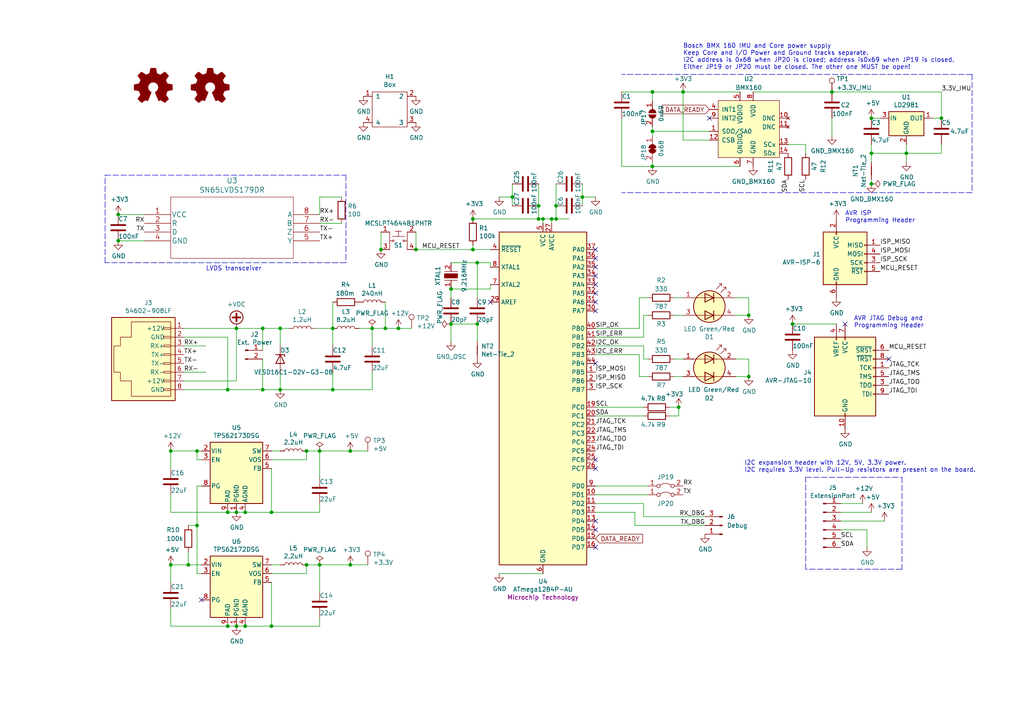
<source format=kicad_sch>
(kicad_sch (version 20211123) (generator eeschema)
  (paper "A4")
  (title_block (title "horOpenVario IMU sensorboard") (date "09-Jul-2020") (rev "0.2") (company "OpenVario.org") (comment 1 "Licensed under CERN OHL v.1.2 or later") (comment 2 "(c) Kai Horstmann 2020") (comment 3 "This is a TCP-I2C bridge with an IMU chip") (comment 4 "Sensor board for OpenVario for the IMU"))
  (junction (at 262.89 44.45))
  (junction (at 92.71 163.83))
  (junction (at 54.61 163.83))
  (junction (at 241.3 26.67))
  (junction (at 138.43 76.2))
  (junction (at 161.29 63.5))
  (junction (at 115.57 95.25))
  (junction (at 66.04 148.59))
  (junction (at 78.74 148.59))
  (junction (at 101.6 130.81))
  (junction (at 76.2 95.25))
  (junction (at 252.73 44.45))
  (junction (at 156.21 59.69))
  (junction (at 161.29 59.69))
  (junction (at 92.71 130.81))
  (junction (at 101.6 163.83))
  (junction (at 229.87 93.98))
  (junction (at 68.58 95.25))
  (junction (at 88.9 130.81))
  (junction (at 198.12 26.67))
  (junction (at 130.81 93.98))
  (junction (at 49.53 163.83))
  (junction (at 189.23 48.26))
  (junction (at 57.15 152.4))
  (junction (at 71.12 181.61))
  (junction (at 111.76 95.25))
  (junction (at 68.58 181.61))
  (junction (at 81.28 95.25))
  (junction (at 189.23 26.67))
  (junction (at 107.95 95.25))
  (junction (at 49.53 130.81))
  (junction (at 196.85 118.11))
  (junction (at 81.28 113.03))
  (junction (at 34.29 69.85))
  (junction (at 34.29 62.23))
  (junction (at 88.9 163.83))
  (junction (at 217.17 109.22))
  (junction (at 138.43 93.98))
  (junction (at 137.16 63.5))
  (junction (at 66.04 181.61))
  (junction (at 148.59 57.15))
  (junction (at 252.73 53.34))
  (junction (at 168.91 57.15))
  (junction (at 96.52 95.25))
  (junction (at 57.15 130.81))
  (junction (at 76.2 113.03))
  (junction (at 189.23 38.1))
  (junction (at 130.81 83.82))
  (junction (at 66.04 113.03))
  (junction (at 120.65 72.39))
  (junction (at 71.12 148.59))
  (junction (at 78.74 181.61))
  (junction (at 137.16 72.39))
  (junction (at 273.05 34.29))
  (junction (at 157.48 63.5))
  (junction (at 252.73 34.29))
  (junction (at 68.58 148.59))
  (junction (at 160.02 63.5))
  (junction (at 110.49 72.39))
  (junction (at 156.21 63.5))
  (junction (at 217.17 91.44))
  (junction (at 96.52 113.03))
  (no_connect (at 172.72 105.41))
  (no_connect (at 172.72 80.01))
  (no_connect (at 142.24 87.63))
  (no_connect (at 172.72 87.63))
  (no_connect (at 172.72 85.09))
  (no_connect (at 172.72 133.35))
  (no_connect (at 205.74 34.29))
  (no_connect (at 172.72 74.93))
  (no_connect (at 58.42 173.99))
  (no_connect (at 172.72 151.13))
  (no_connect (at 172.72 153.67))
  (no_connect (at 172.72 82.55))
  (no_connect (at 172.72 72.39))
  (no_connect (at 245.11 93.98))
  (no_connect (at 172.72 158.75))
  (no_connect (at 172.72 77.47))
  (no_connect (at 172.72 135.89))
  (no_connect (at 257.81 104.14))
  (no_connect (at 172.72 90.17))
  (wire (pts (xy 148.59 53.34) (xy 148.59 57.15)))
  (wire (pts (xy 78.74 130.81) (xy 81.28 130.81)))
  (wire (pts (xy 161.29 63.5) (xy 160.02 63.5)))
  (wire (pts (xy 194.31 120.65) (xy 196.85 120.65)))
  (wire (pts (xy 217.17 86.36) (xy 217.17 91.44)))
  (wire (pts (xy 96.52 95.25) (xy 96.52 87.63)))
  (polyline (pts (xy 281.94 21.59) (xy 281.94 55.88)))
  (wire (pts (xy 58.42 133.35) (xy 57.15 133.35)))
  (wire (pts (xy 156.21 59.69) (xy 156.21 63.5)))
  (wire (pts (xy 168.91 53.34) (xy 168.91 57.15)))
  (wire (pts (xy 130.81 76.2) (xy 138.43 76.2)))
  (wire (pts (xy 58.42 130.81) (xy 57.15 130.81)))
  (wire (pts (xy 130.81 83.82) (xy 142.24 83.82)))
  (wire (pts (xy 142.24 76.2) (xy 142.24 77.47)))
  (wire (pts (xy 81.28 113.03) (xy 96.52 113.03)))
  (wire (pts (xy 273.05 34.29) (xy 273.05 26.67)))
  (wire (pts (xy 81.28 95.25) (xy 83.82 95.25)))
  (wire (pts (xy 196.85 118.11) (xy 196.85 120.65)))
  (wire (pts (xy 49.53 148.59) (xy 66.04 148.59)))
  (wire (pts (xy 78.74 166.37) (xy 88.9 166.37)))
  (wire (pts (xy 53.34 97.79) (xy 66.04 97.79)))
  (polyline (pts (xy 233.68 138.43) (xy 261.62 138.43)))
  (wire (pts (xy 172.72 140.97) (xy 187.96 140.97)))
  (wire (pts (xy 198.12 26.67) (xy 198.12 40.64)))
  (wire (pts (xy 88.9 166.37) (xy 88.9 163.83)))
  (wire (pts (xy 195.58 109.22) (xy 198.12 109.22)))
  (wire (pts (xy 252.73 46.99) (xy 252.73 44.45)))
  (wire (pts (xy 81.28 95.25) (xy 81.28 100.33)))
  (wire (pts (xy 49.53 176.53) (xy 49.53 181.61)))
  (wire (pts (xy 104.14 95.25) (xy 107.95 95.25)))
  (wire (pts (xy 88.9 130.81) (xy 92.71 130.81)))
  (wire (pts (xy 41.91 69.85) (xy 34.29 69.85)))
  (wire (pts (xy 78.74 168.91) (xy 78.74 181.61)))
  (wire (pts (xy 130.81 93.98) (xy 138.43 93.98)))
  (wire (pts (xy 262.89 41.91) (xy 262.89 44.45)))
  (wire (pts (xy 160.02 64.77) (xy 160.02 63.5)))
  (wire (pts (xy 101.6 130.81) (xy 106.68 130.81)))
  (wire (pts (xy 157.48 63.5) (xy 156.21 63.5)))
  (wire (pts (xy 81.28 107.95) (xy 81.28 113.03)))
  (wire (pts (xy 186.69 97.79) (xy 186.69 91.44)))
  (wire (pts (xy 68.58 148.59) (xy 66.04 148.59)))
  (wire (pts (xy 54.61 160.02) (xy 54.61 163.83)))
  (polyline (pts (xy 261.62 138.43) (xy 261.62 165.1)))
  (wire (pts (xy 138.43 76.2) (xy 142.24 76.2)))
  (wire (pts (xy 241.3 34.29) (xy 241.3 39.37)))
  (wire (pts (xy 243.84 153.67) (xy 251.46 153.67)))
  (wire (pts (xy 243.84 151.13) (xy 256.54 151.13)))
  (wire (pts (xy 76.2 95.25) (xy 81.28 95.25)))
  (wire (pts (xy 101.6 163.83) (xy 106.68 163.83)))
  (wire (pts (xy 130.81 93.98) (xy 130.81 99.06)))
  (wire (pts (xy 78.74 148.59) (xy 92.71 148.59)))
  (wire (pts (xy 142.24 83.82) (xy 142.24 82.55)))
  (wire (pts (xy 68.58 181.61) (xy 71.12 181.61)))
  (wire (pts (xy 78.74 148.59) (xy 71.12 148.59)))
  (wire (pts (xy 161.29 53.34) (xy 161.29 59.69)))
  (wire (pts (xy 180.34 34.29) (xy 180.34 48.26)))
  (wire (pts (xy 68.58 95.25) (xy 76.2 95.25)))
  (wire (pts (xy 88.9 163.83) (xy 92.71 163.83)))
  (wire (pts (xy 120.65 72.39) (xy 120.65 67.31)))
  (polyline (pts (xy 261.62 165.1) (xy 233.68 165.1)))
  (wire (pts (xy 161.29 59.69) (xy 161.29 63.5)))
  (polyline (pts (xy 30.48 50.8) (xy 100.33 50.8)))
  (wire (pts (xy 49.53 163.83) (xy 49.53 168.91)))
  (wire (pts (xy 189.23 36.83) (xy 189.23 38.1)))
  (wire (pts (xy 107.95 100.33) (xy 107.95 95.25)))
  (wire (pts (xy 96.52 113.03) (xy 96.52 107.95)))
  (wire (pts (xy 168.91 57.15) (xy 168.91 59.69)))
  (wire (pts (xy 195.58 91.44) (xy 198.12 91.44)))
  (wire (pts (xy 57.15 130.81) (xy 49.53 130.81)))
  (wire (pts (xy 49.53 130.81) (xy 49.53 135.89)))
  (wire (pts (xy 180.34 48.26) (xy 189.23 48.26)))
  (wire (pts (xy 53.34 107.95) (xy 59.69 107.95)))
  (wire (pts (xy 213.36 86.36) (xy 217.17 86.36)))
  (wire (pts (xy 92.71 138.43) (xy 92.71 130.81)))
  (wire (pts (xy 213.36 91.44) (xy 217.17 91.44)))
  (wire (pts (xy 53.34 110.49) (xy 68.58 110.49)))
  (polyline (pts (xy 100.33 50.8) (xy 100.33 76.2)))
  (wire (pts (xy 92.71 57.15) (xy 92.71 62.23)))
  (polyline (pts (xy 281.94 55.88) (xy 180.34 55.88)))
  (wire (pts (xy 168.91 57.15) (xy 172.72 57.15)))
  (wire (pts (xy 270.51 34.29) (xy 273.05 34.29)))
  (wire (pts (xy 78.74 135.89) (xy 78.74 148.59)))
  (wire (pts (xy 156.21 53.34) (xy 156.21 59.69)))
  (wire (pts (xy 53.34 95.25) (xy 68.58 95.25)))
  (wire (pts (xy 184.15 152.4) (xy 204.47 152.4)))
  (wire (pts (xy 233.68 41.91) (xy 233.68 44.45)))
  (wire (pts (xy 137.16 63.5) (xy 156.21 63.5)))
  (wire (pts (xy 241.3 26.67) (xy 273.05 26.67)))
  (wire (pts (xy 172.72 100.33) (xy 186.69 100.33)))
  (wire (pts (xy 242.57 93.98) (xy 229.87 93.98)))
  (polyline (pts (xy 30.48 76.2) (xy 30.48 50.8)))
  (wire (pts (xy 111.76 95.25) (xy 111.76 87.63)))
  (wire (pts (xy 49.53 181.61) (xy 66.04 181.61)))
  (wire (pts (xy 172.72 97.79) (xy 186.69 97.79)))
  (wire (pts (xy 262.89 44.45) (xy 262.89 46.99)))
  (wire (pts (xy 120.65 72.39) (xy 137.16 72.39)))
  (wire (pts (xy 186.69 91.44) (xy 187.96 91.44)))
  (wire (pts (xy 189.23 48.26) (xy 214.63 48.26)))
  (wire (pts (xy 78.74 181.61) (xy 92.71 181.61)))
  (wire (pts (xy 96.52 95.25) (xy 96.52 100.33)))
  (wire (pts (xy 76.2 113.03) (xy 81.28 113.03)))
  (wire (pts (xy 107.95 113.03) (xy 107.95 107.95)))
  (wire (pts (xy 194.31 118.11) (xy 196.85 118.11)))
  (wire (pts (xy 76.2 101.6) (xy 76.2 95.25)))
  (wire (pts (xy 53.34 100.33) (xy 59.69 100.33)))
  (wire (pts (xy 57.15 140.97) (xy 58.42 140.97)))
  (wire (pts (xy 88.9 133.35) (xy 88.9 130.81)))
  (wire (pts (xy 172.72 143.51) (xy 187.96 143.51)))
  (wire (pts (xy 213.36 109.22) (xy 217.17 109.22)))
  (wire (pts (xy 138.43 93.98) (xy 138.43 99.06)))
  (wire (pts (xy 68.58 110.49) (xy 68.58 95.25)))
  (wire (pts (xy 172.72 102.87) (xy 185.42 102.87)))
  (wire (pts (xy 157.48 166.37) (xy 144.78 166.37)))
  (wire (pts (xy 57.15 140.97) (xy 57.15 152.4)))
  (polyline (pts (xy 100.33 76.2) (xy 30.48 76.2)))
  (wire (pts (xy 189.23 29.21) (xy 189.23 26.67)))
  (wire (pts (xy 243.84 148.59) (xy 252.73 148.59)))
  (wire (pts (xy 251.46 153.67) (xy 251.46 158.75)))
  (wire (pts (xy 49.53 163.83) (xy 54.61 163.83)))
  (wire (pts (xy 252.73 52.07) (xy 252.73 53.34)))
  (wire (pts (xy 54.61 152.4) (xy 57.15 152.4)))
  (wire (pts (xy 78.74 163.83) (xy 81.28 163.83)))
  (wire (pts (xy 57.15 133.35) (xy 57.15 130.81)))
  (wire (pts (xy 184.15 148.59) (xy 184.15 152.4)))
  (wire (pts (xy 205.74 38.1) (xy 189.23 38.1)))
  (wire (pts (xy 66.04 97.79) (xy 66.04 113.03)))
  (wire (pts (xy 195.58 86.36) (xy 198.12 86.36)))
  (wire (pts (xy 92.71 130.81) (xy 101.6 130.81)))
  (wire (pts (xy 273.05 44.45) (xy 273.05 41.91)))
  (wire (pts (xy 92.71 64.77) (xy 99.06 64.77)))
  (wire (pts (xy 92.71 179.07) (xy 92.71 181.61)))
  (wire (pts (xy 186.69 104.14) (xy 187.96 104.14)))
  (wire (pts (xy 71.12 148.59) (xy 68.58 148.59)))
  (wire (pts (xy 54.61 163.83) (xy 58.42 163.83)))
  (wire (pts (xy 148.59 57.15) (xy 148.59 59.69)))
  (wire (pts (xy 76.2 104.14) (xy 76.2 113.03)))
  (wire (pts (xy 91.44 95.25) (xy 96.52 95.25)))
  (wire (pts (xy 66.04 181.61) (xy 68.58 181.61)))
  (wire (pts (xy 71.12 181.61) (xy 78.74 181.61)))
  (wire (pts (xy 217.17 104.14) (xy 217.17 109.22)))
  (wire (pts (xy 92.71 146.05) (xy 92.71 148.59)))
  (wire (pts (xy 172.72 120.65) (xy 186.69 120.65)))
  (wire (pts (xy 99.06 57.15) (xy 92.71 57.15)))
  (wire (pts (xy 252.73 44.45) (xy 262.89 44.45)))
  (wire (pts (xy 213.36 104.14) (xy 217.17 104.14)))
  (wire (pts (xy 185.42 95.25) (xy 185.42 86.36)))
  (wire (pts (xy 160.02 63.5) (xy 157.48 63.5)))
  (wire (pts (xy 186.69 100.33) (xy 186.69 104.14)))
  (wire (pts (xy 165.1 63.5) (xy 161.29 63.5)))
  (wire (pts (xy 198.12 26.67) (xy 214.63 26.67)))
  (wire (pts (xy 252.73 41.91) (xy 252.73 44.45)))
  (wire (pts (xy 130.81 83.82) (xy 130.81 86.36)))
  (wire (pts (xy 172.72 118.11) (xy 186.69 118.11)))
  (wire (pts (xy 157.48 64.77) (xy 157.48 63.5)))
  (wire (pts (xy 144.78 57.15) (xy 148.59 57.15)))
  (wire (pts (xy 172.72 148.59) (xy 184.15 148.59)))
  (wire (pts (xy 185.42 109.22) (xy 187.96 109.22)))
  (wire (pts (xy 262.89 44.45) (xy 273.05 44.45)))
  (wire (pts (xy 78.74 133.35) (xy 88.9 133.35)))
  (wire (pts (xy 180.34 26.67) (xy 189.23 26.67)))
  (wire (pts (xy 57.15 152.4) (xy 57.15 166.37)))
  (polyline (pts (xy 233.68 165.1) (xy 233.68 138.43)))
  (wire (pts (xy 195.58 104.14) (xy 198.12 104.14)))
  (wire (pts (xy 92.71 163.83) (xy 101.6 163.83)))
  (wire (pts (xy 186.69 149.86) (xy 204.47 149.86)))
  (wire (pts (xy 107.95 95.25) (xy 111.76 95.25)))
  (wire (pts (xy 189.23 26.67) (xy 198.12 26.67)))
  (wire (pts (xy 186.69 146.05) (xy 186.69 149.86)))
  (wire (pts (xy 252.73 34.29) (xy 255.27 34.29)))
  (wire (pts (xy 49.53 143.51) (xy 49.53 148.59)))
  (polyline (pts (xy 281.94 21.59) (xy 180.34 21.59)))
  (wire (pts (xy 115.57 95.25) (xy 111.76 95.25)))
  (wire (pts (xy 172.72 95.25) (xy 185.42 95.25)))
  (wire (pts (xy 138.43 76.2) (xy 138.43 86.36)))
  (wire (pts (xy 198.12 40.64) (xy 205.74 40.64)))
  (wire (pts (xy 53.34 113.03) (xy 66.04 113.03)))
  (wire (pts (xy 185.42 86.36) (xy 187.96 86.36)))
  (wire (pts (xy 57.15 166.37) (xy 58.42 166.37)))
  (wire (pts (xy 189.23 38.1) (xy 189.23 39.37)))
  (wire (pts (xy 243.84 146.05) (xy 250.19 146.05)))
  (wire (pts (xy 115.57 95.25) (xy 119.38 95.25)))
  (wire (pts (xy 137.16 71.12) (xy 137.16 72.39)))
  (wire (pts (xy 172.72 146.05) (xy 186.69 146.05)))
  (wire (pts (xy 185.42 102.87) (xy 185.42 109.22)))
  (wire (pts (xy 66.04 113.03) (xy 76.2 113.03)))
  (wire (pts (xy 228.6 41.91) (xy 233.68 41.91)))
  (wire (pts (xy 189.23 46.99) (xy 189.23 48.26)))
  (wire (pts (xy 218.44 26.67) (xy 241.3 26.67)))
  (wire (pts (xy 41.91 62.23) (xy 34.29 62.23)))
  (wire (pts (xy 92.71 171.45) (xy 92.71 163.83)))
  (wire (pts (xy 110.49 67.31) (xy 110.49 72.39)))
  (wire (pts (xy 96.52 113.03) (xy 107.95 113.03)))
  (wire (pts (xy 137.16 72.39) (xy 142.24 72.39)))
  (text "I2C expansion header with 12V, 5V, 3.3V power.\nI2C requires 3.3V level. Pull-Up resistors are present on the board." (at 215.9 137.16 0) (effects (font (size 1.27 1.27)) (justify left bottom)))
  (text "AVR JTAG Debug and\nProgramming Header" (at 247.65 95.25 0) (effects (font (size 1.27 1.27)) (justify left bottom)))
  (text "LVDS transceiver" (at 59.69 78.74 0) (effects (font (size 1.27 1.27)) (justify left bottom)))
  (text "AVR ISP \nProgramming Header" (at 245.11 64.77 0) (effects (font (size 1.27 1.27)) (justify left bottom)))
  (text "Bosch BMX 160 IMU and Core power supply\nKeep Core and I/O Power and Ground tracks separate.\nI2C address is 0x68 when JP20 is closed; address is0x69 when JP19 is closed.\nEither JP19 or JP20 must be closed. The other one MUST be open!" (at 198.12 20.32 0) (effects (font (size 1.27 1.27)) (justify left bottom)))
  (label "TX_DBG" (at 204.47 152.4 180))
  (label "RX+" (at 92.71 62.23 0))
  (label "RX_DBG" (at 204.47 149.86 180))
  (label "RX-" (at 92.71 64.77 0))
  (label "SDA" (at 243.84 158.75 0))
  (label "JTAG_TDI" (at 257.81 114.3 0))
  (label "ISP_MISO" (at 255.27 71.12 0))
  (label "RX" (at 41.91 64.77 180))
  (label "ISP_MOSI" (at 172.72 107.95 0))
  (label "ISP_SCK" (at 172.72 113.03 0))
  (label "SCL" (at 243.84 156.21 0))
  (label "ISP_SCK" (at 255.27 76.2 0))
  (label "SIP_ERR" (at 172.72 97.79 0))
  (label "SCL" (at 233.68 52.07 270))
  (label "RX-" (at 53.34 107.95 0))
  (label "TX-" (at 92.71 67.31 0))
  (label "SDA" (at 172.72 120.65 0))
  (label "3.3V_IMU" (at 273.05 26.67 0))
  (label "ISP_MOSI" (at 255.27 73.66 0))
  (label "JTAG_TMS" (at 257.81 109.22 0))
  (label "MCU_RESET" (at 257.81 101.6 0))
  (label "JTAG_TDO" (at 172.72 128.27 0))
  (label "MCU_RESET" (at 133.35 72.39 180))
  (label "TX" (at 198.12 143.51 0))
  (label "ISP_MISO" (at 172.72 110.49 0))
  (label "SCL" (at 172.72 118.11 0))
  (label "I2C_ERR" (at 172.72 102.87 0))
  (label "SIP_OK" (at 172.72 95.25 0))
  (label "JTAG_TCK" (at 172.72 123.19 0))
  (label "TX+" (at 53.34 102.87 0))
  (label "RX+" (at 53.34 100.33 0))
  (label "JTAG_TMS" (at 172.72 125.73 0))
  (label "MCU_RESET" (at 255.27 78.74 0))
  (label "I2C_OK" (at 172.72 100.33 0))
  (label "TX" (at 41.91 67.31 180))
  (label "RX" (at 198.12 140.97 0))
  (label "JTAG_TDO" (at 257.81 111.76 0))
  (label "TX+" (at 92.71 69.85 0))
  (label "SDA" (at 228.6 52.07 270))
  (label "TX-" (at 53.34 105.41 0))
  (label "JTAG_TCK" (at 257.81 106.68 0))
  (label "JTAG_TDI" (at 172.72 130.81 0))
  (global_label "DATA_READY" (shape input) (at 172.72 156.21 0) (property "Intersheet References" "${INTERSHEET_REFS}" (effects hide)))
  (global_label "DATA_READY" (shape input) (at 205.74 31.75 180) (property "Intersheet References" "${INTERSHEET_REFS}" (effects hide)))
  (symbol (lib_id "hovImuBoard:RJ-45-hovIMUBoard-DCE-Board") (at 43.18 102.87 270) (unit 1)
    (property "Reference" "J3" (at 43.0276 87.8332 90))
    (property "Value" "54602-908LF" (at 43.0276 90.1446 90))
    (property "Footprint" "hovImuBoard:Ethernet_Jack_54602-908LF" (effects hide))
    (property "Digi-Key_PN" "609-1046-ND" (effects hide))
    (property "MPN" "54602-908LF" (effects hide))
    (property "Family" "Modular Connectors - Jacks" (effects hide))
    (property "DK_Detail_Page" "/product-detail/en/amphenol-icc-fci/54602-908LF/609-1046-ND/1001360" (effects hide))
    (property "Description" "CONN MOD JACK 8P8C R/A UNSHLD" (effects hide))
    (property "Manufacturer" "Amphenol ICC (FCI)" (effects hide))
    (property "Status" "Active" (effects hide))
  )
  (symbol (lib_id "power:GND") (at 81.28 113.03 0) (unit 1)
    (property "Reference" "#PWR023" (effects hide))
    (property "Value" "GND" (at 81.407 117.4242 0))
  )
  (symbol (lib_id "power:GND") (at 34.29 69.85 0) (unit 1)
    (property "Reference" "#PWR013" (effects hide))
    (property "Value" "GND" (at 34.417 74.2442 0))
  )
  (symbol (lib_id "hovImuBoard:SN65HVD32DR") (at 41.91 62.23 0) (unit 1)
    (property "Reference" "U3" (at 67.31 52.4002 0) (effects (font (size 1.524 1.524))))
    (property "Value" "SN65LVDS179DR" (at 67.31 55.0926 0) (effects (font (size 1.524 1.524))))
    (property "Footprint" "Package_SO:SOIC-8_3.9x4.9mm_P1.27mm" (effects hide))
    (property "Datasheet" "http://www.ti.com/general/docs/suppproductinfo.tsp?distId=10&gotoUrl=http%3A%2F%2Fwww.ti.com%2Flit%2Fgpn%2Fsn65lvds050" (effects hide))
    (property "Digi-Key_PN" "296-46329-1-ND" (effects hide))
    (property "MPN" "SN65LVDS179DR" (effects hide))
    (property "Manufacturer" "Texas Instruments" (effects hide))
    (property "Description" "LVDS TRANSCEIVER FULL 1/1 8SOIC" (effects hide))
  )
  (symbol (lib_id "hovImuBoard:NX3225GD-8MHZ-STD-CRA-3") (at 130.81 80.01 90) (unit 1)
    (property "Reference" "XTAL1" (at 127 80.01 0))
    (property "Value" "9,216MHz" (at 134.62 80.01 0))
    (property "Footprint" "Crystal:Crystal_SMD_HC49-SD" (effects hide))
    (property "Datasheet" "https://www.ecsxtal.com/store/pdf/csm-7x.pdf" (effects hide))
    (property "Digi-Key_PN" "XC1274CT-ND" (effects hide))
    (property "MPN" "ECS-92.1-20-5PX-TR" (effects hide))
    (property "Manufacturer" "ECS Inc." (effects hide))
    (property "Description" "CRYSTAL 9.2160MHZ 20PF SMD" (effects hide))
  )
  (symbol (lib_id "hovImuBoard:ATmega1284P-AU") (at 157.48 115.57 0) (unit 1)
    (property "Reference" "U4" (at 157.48 168.6306 0))
    (property "Value" "ATmega1284P-AU" (at 157.48 170.942 0))
    (property "Footprint" "Package_QFP:TQFP-44_10x10mm_P0.8mm" (effects hide))
    (property "Datasheet" "http://ww1.microchip.com/downloads/en/DeviceDoc/ATmega164A_PA-324A_PA-644A_PA-1284_P_Data-Sheet-40002070A.pdf" (effects hide))
    (property "Digi-Key_PN" "ATmega1284P-AU-ND" (effects hide))
    (property "MPN" "ATmega1284P-AU" (effects hide))
    (property "Description" "IC MCU 8BIT 128KB FLASH 44TQFP" (effects hide))
    (property "Manufacturer" "Microchip Technology" (at 157.48 173.2534 0))
  )
  (symbol (lib_id "power:PWR_FLAG") (at 107.95 95.25 0) (unit 1)
    (property "Reference" "#FLG02" (effects hide))
    (property "Value" "PWR_FLAG" (at 107.95 90.8558 0))
  )
  (symbol (lib_id "Regulator_Switching:TPS62173DSG") (at 68.58 138.43 0) (unit 1)
    (property "Reference" "U5" (at 68.58 124.0282 0))
    (property "Value" "TPS62173DSG" (at 68.58 126.3396 0))
    (property "Footprint" "Package_SON:WSON-8-1EP_2x2mm_P0.5mm_EP0.9x1.6mm_ThermalVias" (effects hide))
    (property "Datasheet" "http://www.ti.com/lit/ds/symlink/tps62170.pdf" (effects hide))
    (property "Digi-Key_PN" "296-39450-1-ND" (effects hide))
    (property "MPN" "TPS62173DSGR" (effects hide))
    (property "Manufacturer" "Texas Instruments" (effects hide))
    (property "Description" "IC REG BUCK 5V 500MA 8WSON" (effects hide))
  )
  (symbol (lib_id "Device:C") (at 49.53 139.7 180) (unit 1)
    (property "Reference" "C16" (at 49.53 137.16 0) (effects (justify right)))
    (property "Value" "22uF" (at 49.53 142.24 0) (effects (justify right)))
    (property "Footprint" "Capacitor_SMD:C_1210_3225Metric" (effects hide))
    (property "Datasheet" "http://www.samsungsem.com/kr/support/product-search/mlcc/CL32B226KAJNNNE.jsp" (effects hide))
    (property "Digi-Key_PN" "1276-3392-1-ND" (effects hide))
    (property "MPN" "CL32B226KAJNNNE" (effects hide))
    (property "Manufacturer" "Samsung Electro-Mechanics" (effects hide))
    (property "Description" "CAP CER 22UF 25V X7R 1210" (effects hide))
  )
  (symbol (lib_id "Regulator_Switching:TPS62172DSG") (at 68.58 171.45 0) (unit 1)
    (property "Reference" "U6" (at 68.58 157.0482 0))
    (property "Value" "TPS62172DSG" (at 68.58 159.3596 0))
    (property "Footprint" "Package_SON:WSON-8-1EP_2x2mm_P0.5mm_EP0.9x1.6mm_ThermalVias" (effects hide))
    (property "Datasheet" "http://www.ti.com/lit/ds/symlink/tps62170.pdf" (effects hide))
    (property "Digi-Key_PN" "296-39449-1-ND" (effects hide))
    (property "MPN" "TPS62172DSGR" (effects hide))
    (property "Manufacturer" "Texas Instruments" (effects hide))
    (property "Description" "IC REG BUCK 3.3V 500MA 8WSON" (effects hide))
  )
  (symbol (lib_id "Device:L") (at 85.09 130.81 90) (unit 1)
    (property "Reference" "L4" (at 85.09 125.984 90))
    (property "Value" "2.2uH" (at 85.09 128.2954 90))
    (property "Footprint" "hovImuBoard:IND_LQH3NPN2R2MMEL" (effects hide))
    (property "Datasheet" "https://www.yuden.co.jp/productdata/catalog/wound04_e.pdf" (effects hide))
    (property "Digi-Key_PN" "490-15950-1-ND" (effects hide))
    (property "MPN" "LQH3NPN2R2MMEL" (effects hide))
    (property "Manufacturer" "Murata Electronics" (effects hide))
    (property "Description" "FIXED IND 2.2UH 2.1A 78 MOHM" (effects hide))
  )
  (symbol (lib_id "hovImuBoard:BMX160") (at 215.9 36.83 0) (unit 1)
    (property "Reference" "U2" (at 217.17 22.86 0))
    (property "Value" "BMX160" (at 217.17 25.4 0))
    (property "Footprint" "Package_LGA:Bosch_LGA-14_3x2.5mm_P0.5mm" (effects hide))
    (property "Datasheet" "https://ae-bst.resource.bosch.com/media/_tech/media/datasheets/BST-BMX160-DS000.pdf" (effects hide))
    (property "Digi-Key_PN" "828-1087-1-ND" (effects hide))
    (property "MPN" "BMX160" (effects hide))
    (property "Family" "Motion Sensors - IMUs (Inertial Measurement Units)" (effects hide))
    (property "DK_Datasheet_Link" "https://ae-bst.resource.bosch.com/media/_tech/media/datasheets/BST-BMX160-DS000.pdf" (effects hide))
    (property "DK_Detail_Page" "/product-detail/en/bosch-sensortec/BMX160/828-1087-1-ND/9674247" (effects hide))
    (property "Description" "Accelerometer, Gyroscope, Magnetometer, 3 Axis Sensor I²C, SPI Output" (effects hide))
    (property "Manufacturer" "Bosch Sensortec" (effects hide))
    (property "Status" "Active" (effects hide))
  )
  (symbol (lib_id "Device:C") (at 34.29 66.04 180) (unit 1)
    (property "Reference" "C7" (at 34.29 63.5 0) (effects (justify right)))
    (property "Value" "100nF" (at 34.29 68.58 0) (effects (justify right)))
    (property "Footprint" "Capacitor_SMD:C_0603_1608Metric" (effects hide))
    (property "Datasheet" "https://www.yageo.com/upload/media/product/productsearch/datasheet/mlcc/UPY-GPHC_X7R_6.3V-to-50V_18.pdf" (effects hide))
    (property "Digi-Key_PN" "311-1341-1-ND" (effects hide))
    (property "MPN" "CC0603KRX7R8BB104" (effects hide))
    (property "Manufacturer" "Yageo" (effects hide))
    (property "Description" "CAP CER 0.1UF 25V X7R 0603" (effects hide))
  )
  (symbol (lib_id "Jumper:Jumper_2_Bridged") (at 193.04 140.97 0) (unit 1)
    (property "Reference" "JP19" (at 193.04 138.3538 0))
    (property "Value" "Jumper_2_Bridged" (effects hide))
    (property "Footprint" "Connector_PinHeader_2.54mm:PinHeader_1x02_P2.54mm_Vertical" (effects hide))
  )
  (symbol (lib_id "Jumper:Jumper_2_Bridged") (at 193.04 143.51 0) (unit 1)
    (property "Reference" "JP20" (at 193.04 146.05 0))
    (property "Value" "Jumper_2_Bridged" (effects hide))
    (property "Footprint" "Connector_PinHeader_2.54mm:PinHeader_1x02_P2.54mm_Vertical" (effects hide))
  )
  (symbol (lib_id "Device:C") (at 130.81 90.17 180) (unit 1)
    (property "Reference" "C8" (at 130.81 87.63 0) (effects (justify right)))
    (property "Value" "20pF" (at 130.81 92.71 0) (effects (justify right)))
    (property "Footprint" "Capacitor_SMD:C_0603_1608Metric" (effects hide))
    (property "Datasheet" "https://www.yageo.com/upload/media/product/productsearch/datasheet/mlcc/UPY-GP_NP0_16V-to-50V_18.pdf" (effects hide))
    (property "Digi-Key_PN" "311-1424-1-ND" (effects hide))
    (property "MPN" "CC0603JRNPO9BN200" (effects hide))
    (property "Manufacturer" "Yageo" (effects hide))
    (property "Description" "CAP CER 20PF 50V C0G/NPO 0603" (effects hide))
  )
  (symbol (lib_id "Device:D_Zener") (at 81.28 104.14 270) (unit 1)
    (property "Reference" "D3" (at 81.28 101.6 90) (effects (justify left)))
    (property "Value" "VESD16C1-02V-G3-08" (at 73.66 107.95 90) (effects (justify left)))
    (property "Footprint" "Diode_SMD:D_SOD-523" (effects hide))
    (property "Datasheet" "http://www.vishay.com/docs/86130/vesd01c1-02vtovesd33c1-02v.pdf" (effects hide))
    (property "Digi-Key_PN" "VESD16C1-02V-G3-08GICT-ND" (effects hide))
    (property "MPN" "VESD16C1-02V-G3-08" (effects hide))
    (property "Manufacturer" "Vishay Semiconductor Diodes Division" (effects hide))
    (property "Description" "ESD PROTECTION DIODE 17V 6.3A SOD-523" (effects hide))
  )
  (symbol (lib_id "power:GND") (at 189.23 48.26 0) (unit 1)
    (property "Reference" "#PWR08" (effects hide))
    (property "Value" "GND" (at 189.357 52.6542 0))
  )
  (symbol (lib_id "power:GND") (at 245.11 124.46 0) (unit 1)
    (property "Reference" "#PWR025" (effects hide))
    (property "Value" "GND" (at 245.237 128.8542 0))
  )
  (symbol (lib_id "power:+12V") (at 115.57 95.25 0) (unit 1)
    (property "Reference" "#PWR020" (effects hide))
    (property "Value" "+12V" (at 115.951 90.8558 0))
  )
  (symbol (lib_id "power:+12V") (at 49.53 130.81 0) (unit 1)
    (property "Reference" "#PWR026" (effects hide))
    (property "Value" "+12V" (at 49.911 126.4158 0))
  )
  (symbol (lib_id "power:GND") (at 172.72 57.15 0) (unit 1)
    (property "Reference" "#PWR011" (effects hide))
    (property "Value" "GND" (at 172.847 61.5442 0))
  )
  (symbol (lib_id "Device:C") (at 165.1 59.69 270) (unit 1)
    (property "Reference" "C6" (at 162.56 59.69 0) (effects (justify right)))
    (property "Value" "100nF" (at 167.64 62.23 0) (effects (justify right)))
    (property "Footprint" "Capacitor_SMD:C_0603_1608Metric" (effects hide))
    (property "Datasheet" "https://www.yageo.com/upload/media/product/productsearch/datasheet/mlcc/UPY-GPHC_X7R_6.3V-to-50V_18.pdf" (effects hide))
    (property "Digi-Key_PN" "311-1341-1-ND" (effects hide))
    (property "MPN" "CC0603KRX7R8BB104" (effects hide))
    (property "Manufacturer" "Yageo" (effects hide))
    (property "Description" "CAP CER 0.1UF 25V X7R 0603" (effects hide))
  )
  (symbol (lib_id "Device:R") (at 137.16 67.31 0) (unit 1)
    (property "Reference" "R1" (at 138.938 66.1416 0) (effects (justify left)))
    (property "Value" "100k" (at 138.938 68.453 0) (effects (justify left)))
    (property "Footprint" "Resistor_SMD:R_0805_2012Metric" (effects hide))
    (property "Datasheet" "http://www.vishay.com/docs/20035/dcrcwe3.pdf" (effects hide))
    (property "Digi-Key_PN" "541-100KCCT-ND" (effects hide))
    (property "MPN" "CRCW0805100KFKEA" (effects hide))
    (property "Manufacturer" "Vishay Dale" (effects hide))
  )
  (symbol (lib_id "hovImuBoard-rescue:AVR-ISP-6-Connector") (at 245.11 76.2 0) (unit 1)
    (property "Reference" "J1" (at 238.0234 73.7616 0) (effects (justify right)))
    (property "Value" "AVR-ISP-6" (at 238.0234 76.073 0) (effects (justify right)))
    (property "Footprint" "hovImuBoard:TE_1761681-1" (effects hide))
    (property "Digi-Key_PN" "A122759-ND" (effects hide))
    (property "MPN" "1761681-1" (effects hide))
    (property "Manufacturer" "TE Connectivity AMP Connectors" (effects hide))
    (property "Description" "TE_1761681-1" (effects hide))
  )
  (symbol (lib_id "Device:R") (at 99.06 60.96 0) (unit 1)
    (property "Reference" "R6" (at 100.838 59.7916 0) (effects (justify left)))
    (property "Value" "100" (at 100.838 62.103 0) (effects (justify left)))
    (property "Footprint" "Resistor_SMD:R_0603_1608Metric" (effects hide))
    (property "Datasheet" "https://industrial.panasonic.com/cdbs/www-data/pdf/RDO0000/AOA0000C331.pdf" (effects hide))
    (property "Digi-Key_PN" "P100BYCT-ND" (effects hide))
    (property "MPN" "ERJ-PA3F1000V" (effects hide))
    (property "Manufacturer" "Panasonic Electronic Components" (effects hide))
    (property "Description" "RES SMD 100 OHM 1% 1/4W 0603" (effects hide))
  )
  (symbol (lib_id "hovImuBoard-rescue:AVR-JTAG-10-Connector") (at 245.11 109.22 0) (unit 1)
    (property "Reference" "J4" (at 235.458 108.0516 0) (effects (justify right)))
    (property "Value" "AVR-JTAG-10" (at 235.458 110.363 0) (effects (justify right)))
    (property "Footprint" "digikey-footprints:PinHeader_2x5_P1.27mm_Drill.7mm" (effects hide))
    (property "Datasheet" "http://suddendocs.samtec.com/prints/shf-1xx-01-x-d-xx-xx-mkt.pdf" (effects hide))
    (property "Digi-Key_PN" "SAM10711-ND" (effects hide))
    (property "MPN" "SHF-105-01-L-D-TH" (effects hide))
    (property "Manufacturer" "Samtec Inc." (effects hide))
    (property "Description" "SHF-105-01-L-D-TH" (effects hide))
  )
  (symbol (lib_id "power:GND") (at 144.78 166.37 0) (unit 1)
    (property "Reference" "#PWR033" (effects hide))
    (property "Value" "GND" (at 144.907 170.7642 0))
  )
  (symbol (lib_id "power:GND") (at 229.87 101.6 0) (unit 1)
    (property "Reference" "#PWR021" (effects hide))
    (property "Value" "GND" (at 229.997 105.9942 0))
  )
  (symbol (lib_id "Device:R") (at 100.33 87.63 90) (unit 1)
    (property "Reference" "R4" (at 101.6 82.55 90) (effects (justify left)))
    (property "Value" "180m" (at 102.87 85.09 90) (effects (justify left)))
    (property "Footprint" "Resistor_SMD:R_0805_2012Metric" (effects hide))
    (property "Datasheet" "https://industrial.panasonic.com/cdbs/www-data/pdf/RDN0000/AOA0000C313.pdf" (effects hide))
    (property "Digi-Key_PN" "P19314CT-ND" (effects hide))
    (property "MPN" "ERJ-6DSFR18V" (effects hide))
    (property "Manufacturer" "Panasonic Electronic Components" (effects hide))
    (property "Description" "RES 0.18 OHM 1% 1/2W 0805" (effects hide))
  )
  (symbol (lib_id "Device:LED_Dual_ACAC") (at 205.74 88.9 0) (unit 1)
    (property "Reference" "D1" (at 205.74 97.7138 0))
    (property "Value" "LED Green/Red" (at 205.74 95.4024 0))
    (property "Footprint" "hovImuBoard:LED_APHB1608LZGKSURKC" (effects hide))
    (property "Datasheet" "http://www.kingbrightusa.com/images/catalog/SPEC/APHB1608LZGKSURKC.pdf" (effects hide))
    (property "Digi-Key_PN" "754-1955-1-ND" (effects hide))
    (property "MPN" "APHB1608LZGKSURKC" (effects hide))
    (property "Manufacturer" "Kingbright" (effects hide))
    (property "Description" "LED GREEN/RED CLEAR 4SMD" (effects hide))
  )
  (symbol (lib_id "Device:LED_Dual_ACAC") (at 205.74 106.68 0) (unit 1)
    (property "Reference" "D2" (at 205.74 115.4938 0))
    (property "Value" "LED Green/Red" (at 207.01 113.03 0))
    (property "Footprint" "hovImuBoard:LED_APHB1608LZGKSURKC" (effects hide))
    (property "Datasheet" "http://www.kingbrightusa.com/images/catalog/SPEC/APHB1608LZGKSURKC.pdf" (effects hide))
    (property "Digi-Key_PN" "754-1955-1-ND" (effects hide))
    (property "MPN" "APHB1608LZGKSURKC" (effects hide))
    (property "Manufacturer" "Kingbright" (effects hide))
    (property "Description" "LED GREEN/RED CLEAR 4SMD" (effects hide))
  )
  (symbol (lib_id "Device:C") (at 229.87 97.79 180) (unit 1)
    (property "Reference" "C10" (at 229.87 95.25 0) (effects (justify right)))
    (property "Value" "100nF" (at 229.87 100.33 0) (effects (justify right)))
    (property "Footprint" "Capacitor_SMD:C_0603_1608Metric" (effects hide))
    (property "Datasheet" "https://www.yageo.com/upload/media/product/productsearch/datasheet/mlcc/UPY-GPHC_X7R_6.3V-to-50V_18.pdf" (effects hide))
    (property "Digi-Key_PN" "311-1341-1-ND" (effects hide))
    (property "MPN" "CC0603KRX7R8BB104" (effects hide))
    (property "Manufacturer" "Yageo" (effects hide))
    (property "Description" "CAP CER 0.1UF 25V X7R 0603" (effects hide))
  )
  (symbol (lib_id "Device:R") (at 191.77 86.36 270) (unit 1)
    (property "Reference" "R2" (at 191.77 81.28 90))
    (property "Value" "330" (at 191.77 83.82 90))
    (property "Footprint" "Resistor_SMD:R_0603_1608Metric" (effects hide))
    (property "Datasheet" "https://industrial.panasonic.com/cdbs/www-data/pdf/RDA0000/AOA0000C304.pdf" (effects hide))
    (property "Digi-Key_PN" "P330HCT-ND" (effects hide))
    (property "MPN" "ERJ-3EKF3300V" (effects hide))
    (property "Manufacturer" "Panasonic Electronic Components" (effects hide))
    (property "Description" "RES SMD 330 OHM 1% 1/10W 0603" (effects hide))
  )
  (symbol (lib_id "Device:R") (at 191.77 104.14 270) (unit 1)
    (property "Reference" "R5" (at 191.77 99.06 90))
    (property "Value" "330" (at 191.77 101.6 90))
    (property "Footprint" "Resistor_SMD:R_0603_1608Metric" (effects hide))
    (property "Datasheet" "https://industrial.panasonic.com/cdbs/www-data/pdf/RDA0000/AOA0000C304.pdf" (effects hide))
    (property "Digi-Key_PN" "P330HCT-ND" (effects hide))
    (property "MPN" "ERJ-3EKF3300V" (effects hide))
    (property "Manufacturer" "Panasonic Electronic Components" (effects hide))
    (property "Description" "RES SMD 330 OHM 1% 1/10W 0603" (effects hide))
  )
  (symbol (lib_id "Device:R") (at 191.77 109.22 270) (unit 1)
    (property "Reference" "R7" (at 191.77 111.76 90))
    (property "Value" "787" (at 191.77 106.68 90))
    (property "Footprint" "Resistor_SMD:R_0603_1608Metric" (effects hide))
    (property "Datasheet" "https://industrial.panasonic.com/cdbs/www-data/pdf/RDA0000/AOA0000C304.pdf" (effects hide))
    (property "Digi-Key_PN" "P787HCT-ND" (effects hide))
    (property "MPN" "ERJ-3EKF7870V" (effects hide))
    (property "Manufacturer" "Panasonic Electronic Components" (effects hide))
    (property "Description" "RES SMD 787 OHM 1% 1/10W 0603" (effects hide))
  )
  (symbol (lib_id "Device:R") (at 190.5 120.65 270) (unit 1)
    (property "Reference" "R9" (at 191.77 123.19 90))
    (property "Value" "4.7k" (at 187.96 123.19 90))
    (property "Footprint" "Resistor_SMD:R_0603_1608Metric" (effects hide))
    (property "Datasheet" "https://industrial.panasonic.com/cdbs/www-data/pdf/RDA0000/AOA0000C304.pdf" (effects hide))
    (property "Digi-Key_PN" "P4.70KHCT-ND" (effects hide))
    (property "MPN" "ERJ-3EKF4701V" (effects hide))
    (property "Manufacturer" "Panasonic Electronic Components" (effects hide))
    (property "Description" "RES SMD 4.7K OHM 1% 1/10W 0603" (effects hide))
  )
  (symbol (lib_id "power:+3.3V") (at 229.87 93.98 0) (unit 1)
    (property "Reference" "#PWR018" (effects hide))
    (property "Value" "+3.3V" (at 230.251 89.5858 0))
  )
  (symbol (lib_id "power:+5V") (at 101.6 130.81 0) (unit 1)
    (property "Reference" "#PWR027" (effects hide))
    (property "Value" "+5V" (at 101.981 126.4158 0))
  )
  (symbol (lib_id "power:GND") (at 68.58 148.59 0) (unit 1)
    (property "Reference" "#PWR029" (effects hide))
    (property "Value" "GND" (at 68.707 152.9842 0))
  )
  (symbol (lib_id "power:GND") (at 217.17 91.44 0) (unit 1)
    (property "Reference" "#PWR015" (effects hide))
    (property "Value" "GND" (at 217.297 95.8342 0))
  )
  (symbol (lib_id "power:GND") (at 217.17 109.22 0) (unit 1)
    (property "Reference" "#PWR022" (effects hide))
    (property "Value" "GND" (at 217.297 113.6142 0))
  )
  (symbol (lib_id "Device:L") (at 85.09 163.83 90) (unit 1)
    (property "Reference" "L5" (at 85.09 159.004 90))
    (property "Value" "2.2uH" (at 85.09 161.3154 90))
    (property "Footprint" "hovImuBoard:IND_LQH3NPN2R2MMEL" (effects hide))
    (property "Datasheet" "https://www.yuden.co.jp/productdata/catalog/wound04_e.pdf" (effects hide))
    (property "Digi-Key_PN" "490-15950-1-ND" (effects hide))
    (property "MPN" "LQH3NPN2R2MMEL" (effects hide))
    (property "Manufacturer" "Murata Electronics" (effects hide))
    (property "Description" "FIXED IND 2.2UH 2.1A 78 MOHM" (effects hide))
  )
  (symbol (lib_id "Device:C") (at 49.53 172.72 180) (unit 1)
    (property "Reference" "C21" (at 49.53 170.18 0) (effects (justify right)))
    (property "Value" "22uF" (at 49.53 175.26 0) (effects (justify right)))
    (property "Footprint" "Capacitor_SMD:C_1210_3225Metric" (effects hide))
    (property "Datasheet" "http://www.samsungsem.com/kr/support/product-search/mlcc/CL32B226KAJNNNE.jsp" (effects hide))
    (property "Digi-Key_PN" "1276-3392-1-ND" (effects hide))
    (property "MPN" "CL32B226KAJNNNE" (effects hide))
    (property "Manufacturer" "Samsung Electro-Mechanics" (effects hide))
    (property "Description" "CAP CER 22UF 25V X7R 1210" (effects hide))
  )
  (symbol (lib_id "power:GND") (at 68.58 181.61 0) (unit 1)
    (property "Reference" "#PWR036" (effects hide))
    (property "Value" "GND" (at 68.707 186.0042 0))
  )
  (symbol (lib_id "Device:C") (at 96.52 104.14 180) (unit 1)
    (property "Reference" "C12" (at 96.52 101.6 0) (effects (justify right)))
    (property "Value" "4.7uF" (at 96.52 106.68 0) (effects (justify right)))
    (property "Footprint" "Capacitor_SMD:C_1206_3216Metric" (effects hide))
    (property "Datasheet" "https://api.kemet.com/component-edge/download/datasheet/C1206C475K3RACTU.pdf" (effects hide))
    (property "Digi-Key_PN" "399-8204-1-ND" (effects hide))
    (property "MPN" "C1206C475K3RACTU" (effects hide))
    (property "Manufacturer" "KEMET" (effects hide))
    (property "Description" "CAP CER 4.7UF 25V X7R 1206" (effects hide))
  )
  (symbol (lib_id "Device:L") (at 87.63 95.25 90) (unit 1)
    (property "Reference" "L2" (at 87.63 90.424 90))
    (property "Value" "1.2uH" (at 87.63 92.7354 90))
    (property "Footprint" "hovImuBoard:IND_1231AS-H-1R2N=P3" (effects hide))
    (property "Datasheet" "https://www.murata.com/~/media/webrenewal/products/inductor/chip/tokoproducts/wirewoundferritetypeforpl/m_dem3518c.ashx" (effects hide))
    (property "Digi-Key_PN" "490-14180-1-ND" (effects hide))
    (property "MPN" "1231AS-H-1R2N=P3" (effects hide))
    (property "Manufacturer" "Murata Electronics" (effects hide))
    (property "Description" "FIXED IND 1.2UH 2.9A 36 MOHM" (effects hide))
  )
  (symbol (lib_id "power:GND") (at 110.49 72.39 0) (unit 1)
    (property "Reference" "#PWR014" (effects hide))
    (property "Value" "GND" (at 110.617 76.7842 0))
  )
  (symbol (lib_id "power:+VDC") (at 68.58 95.25 0) (unit 1)
    (property "Reference" "#PWR019" (effects hide))
    (property "Value" "+VDC" (at 68.58 88.265 0))
  )
  (symbol (lib_id "Connector:Conn_01x02_Male") (at 71.12 101.6 0) (unit 1)
    (property "Reference" "J2" (at 73.8632 97.0026 0))
    (property "Value" "Ext. Power" (at 73.8632 99.314 0))
    (property "Footprint" "Connector_PinHeader_2.54mm:PinHeader_1x02_P2.54mm_Vertical" (effects hide))
    (property "Description" "PinHeader1x02 P2.54mm Vertical" (effects hide))
  )
  (symbol (lib_id "Device:C") (at 165.1 53.34 270) (unit 1)
    (property "Reference" "C26" (at 162.56 53.34 0) (effects (justify right)))
    (property "Value" "100nF" (at 167.64 55.88 0) (effects (justify right)))
    (property "Footprint" "Capacitor_SMD:C_0603_1608Metric" (effects hide))
    (property "Datasheet" "https://www.yageo.com/upload/media/product/productsearch/datasheet/mlcc/UPY-GPHC_X7R_6.3V-to-50V_18.pdf" (effects hide))
    (property "Digi-Key_PN" "311-1341-1-ND" (effects hide))
    (property "MPN" "CC0603KRX7R8BB104" (effects hide))
    (property "Manufacturer" "Yageo" (effects hide))
    (property "Description" "CAP CER 0.1UF 25V X7R 0603" (effects hide))
  )
  (symbol (lib_id "Device:C") (at 152.4 59.69 270) (unit 1)
    (property "Reference" "C27" (at 149.86 59.69 0) (effects (justify right)))
    (property "Value" "100nF" (at 154.94 62.23 0) (effects (justify right)))
    (property "Footprint" "Capacitor_SMD:C_0603_1608Metric" (effects hide))
    (property "Datasheet" "https://www.yageo.com/upload/media/product/productsearch/datasheet/mlcc/UPY-GPHC_X7R_6.3V-to-50V_18.pdf" (effects hide))
    (property "Digi-Key_PN" "311-1341-1-ND" (effects hide))
    (property "MPN" "CC0603KRX7R8BB104" (effects hide))
    (property "Manufacturer" "Yageo" (effects hide))
    (property "Description" "CAP CER 0.1UF 25V X7R 0603" (effects hide))
  )
  (symbol (lib_id "Device:C") (at 152.4 53.34 270) (unit 1)
    (property "Reference" "C25" (at 149.86 53.34 0) (effects (justify right)))
    (property "Value" "100nF" (at 154.94 55.88 0) (effects (justify right)))
    (property "Footprint" "Capacitor_SMD:C_0603_1608Metric" (effects hide))
    (property "Datasheet" "https://www.yageo.com/upload/media/product/productsearch/datasheet/mlcc/UPY-GPHC_X7R_6.3V-to-50V_18.pdf" (effects hide))
    (property "Digi-Key_PN" "311-1341-1-ND" (effects hide))
    (property "MPN" "CC0603KRX7R8BB104" (effects hide))
    (property "Manufacturer" "Yageo" (effects hide))
    (property "Description" "CAP CER 0.1UF 25V X7R 0603" (effects hide))
  )
  (symbol (lib_id "power:+3.3V") (at 196.85 118.11 0) (unit 1)
    (property "Reference" "#PWR024" (effects hide))
    (property "Value" "+3.3V" (at 195.58 114.3 0))
  )
  (symbol (lib_id "Connector:TestPoint") (at 119.38 95.25 0) (unit 1)
    (property "Reference" "TP2" (at 120.8532 92.2528 0) (effects (justify left)))
    (property "Value" "+12V" (at 120.8532 94.5642 0) (effects (justify left)))
    (property "Footprint" "TestPoint:TestPoint_THTPad_D1.0mm_Drill0.5mm" (effects hide))
  )
  (symbol (lib_id "Device:R") (at 191.77 91.44 270) (unit 1)
    (property "Reference" "R3" (at 191.77 93.98 90))
    (property "Value" "787" (at 191.77 88.9 90))
    (property "Footprint" "Resistor_SMD:R_0603_1608Metric" (effects hide))
    (property "Datasheet" "https://industrial.panasonic.com/cdbs/www-data/pdf/RDA0000/AOA0000C304.pdf" (effects hide))
    (property "Digi-Key_PN" "P787HCT-ND" (effects hide))
    (property "MPN" "ERJ-3EKF7870V" (effects hide))
    (property "Manufacturer" "Panasonic Electronic Components" (effects hide))
    (property "Description" "RES SMD 787 OHM 1% 1/10W 0603" (effects hide))
  )
  (symbol (lib_id "power:+3.3V") (at 101.6 163.83 0) (unit 1)
    (property "Reference" "#PWR035" (effects hide))
    (property "Value" "+3.3V" (at 101.981 159.4358 0))
  )
  (symbol (lib_id "power:GND") (at 144.78 57.15 0) (unit 1)
    (property "Reference" "#PWR037" (effects hide))
    (property "Value" "GND" (at 144.907 61.5442 0))
  )
  (symbol (lib_id "power:GND") (at 242.57 86.36 0) (unit 1)
    (property "Reference" "#PWR016" (effects hide))
    (property "Value" "GND" (at 242.697 90.7542 0))
  )
  (symbol (lib_id "Connector:TestPoint") (at 106.68 130.81 0) (unit 1)
    (property "Reference" "TP3" (at 108.1532 127.8128 0) (effects (justify left)))
    (property "Value" "+5V" (at 108.1532 130.1242 0) (effects (justify left)))
    (property "Footprint" "TestPoint:TestPoint_THTPad_D1.0mm_Drill0.5mm" (effects hide))
  )
  (symbol (lib_id "Device:C") (at 138.43 90.17 180) (unit 1)
    (property "Reference" "C9" (at 138.43 87.63 0) (effects (justify right)))
    (property "Value" "20pF" (at 138.43 92.71 0) (effects (justify right)))
    (property "Footprint" "Capacitor_SMD:C_0603_1608Metric" (effects hide))
    (property "Datasheet" "https://www.yageo.com/upload/media/product/productsearch/datasheet/mlcc/UPY-GP_NP0_16V-to-50V_18.pdf" (effects hide))
    (property "Digi-Key_PN" "311-1424-1-ND" (effects hide))
    (property "MPN" "CC0603JRNPO9BN200" (effects hide))
    (property "Manufacturer" "Yageo" (effects hide))
    (property "Description" "CAP CER 20PF 50V C0G/NPO 0603" (effects hide))
  )
  (symbol (lib_id "Graphic:Logo_Open_Hardware_Small") (at 44.45 25.4 0) (unit 1)
    (property "Reference" "LOGO1" (effects hide))
    (property "Value" "Logo_Open_Hardware_Small" (effects hide))
    (property "Footprint" "Symbol:OSHW-Symbol_6.7x6mm_Copper" (effects hide))
  )
  (symbol (lib_id "Graphic:Logo_Open_Hardware_Small") (at 60.96 25.4 0) (unit 1)
    (property "Reference" "LOGO2" (effects hide))
    (property "Value" "Logo_Open_Hardware_Small" (effects hide))
    (property "Footprint" "Symbol:OSHW-Symbol_6.7x6mm_Copper" (effects hide))
  )
  (symbol (lib_id "Connector:TestPoint") (at 106.68 163.83 0) (unit 1)
    (property "Reference" "TP4" (at 108.1532 160.8328 0) (effects (justify left)))
    (property "Value" "+3.3V" (at 108.1532 163.1442 0) (effects (justify left)))
    (property "Footprint" "TestPoint:TestPoint_THTPad_D1.0mm_Drill0.5mm" (effects hide))
  )
  (symbol (lib_id "Connector:Conn_01x06_Male") (at 238.76 151.13 0) (unit 1)
    (property "Reference" "J5" (at 241.5032 141.4526 0))
    (property "Value" "ExtensionPort" (at 241.5032 143.764 0))
    (property "Footprint" "Connector_PinHeader_2.54mm:PinHeader_1x06_P2.54mm_Vertical" (effects hide))
  )
  (symbol (lib_id "Connector:TestPoint") (at 241.3 26.67 0) (unit 1)
    (property "Reference" "TP1" (at 242.57 22.86 0) (effects (justify left)))
    (property "Value" "+3.3V_IMU" (at 242.57 25.4 0) (effects (justify left)))
    (property "Footprint" "TestPoint:TestPoint_THTPad_D1.0mm_Drill0.5mm" (effects hide))
  )
  (symbol (lib_id "dk_Pushbutton-Switches:KS-01Q-01_Obsolete") (at 115.57 69.85 0) (unit 1)
    (property "Reference" "S1" (at 115.57 71.12 0))
    (property "Value" "MCSLPT4644B1PHTR" (at 115.57 64.77 0))
    (property "Footprint" "hovImuBoard:PB_MCSLPT4644B1PHTR" (effects hide))
    (property "Datasheet" "https://media.digikey.com/pdf/Data%20Sheets/Tyco%20Electronics%20Alcoswitch%20PDFs/2337232-1_DS.pdf" (effects hide))
    (property "Digi-Key_PN" "450-3383-1-ND" (effects hide))
    (property "MPN" "MCSLPT4644B1PHTR" (effects hide))
    (property "Manufacturer" "TE Connectivity ALCOSWITCH Switches" (effects hide))
  )
  (symbol (lib_id "power:+3.3V") (at 137.16 63.5 0) (unit 1)
    (property "Reference" "#PWR010" (effects hide))
    (property "Value" "+3.3V" (at 137.541 59.1058 0))
  )
  (symbol (lib_id "hovImuBoard:LD2981") (at 262.89 34.29 0) (unit 1)
    (property "Reference" "U1" (at 262.89 28.1432 0))
    (property "Value" "LD2981" (at 262.89 30.4546 0))
    (property "Footprint" "Package_TO_SOT_SMD:SOT-89-3" (effects hide))
    (property "Datasheet" "http://www.st.com/content/ccc/resource/technical/document/datasheet/group1/b7/b5/a1/83/9c/bd/4a/90/CD00001635/files/CD00001635.pdf/jcr:content/translations/en.CD00001635.pdf" (effects hide))
    (property "Digi-Key_PN" "497-1524-1-ND" (effects hide))
    (property "MPN" "LD2981ABU33TR" (effects hide))
    (property "Manufacturer" "STMicroelectronics" (effects hide))
  )
  (symbol (lib_id "power:GND") (at 251.46 158.75 0) (unit 1)
    (property "Reference" "#PWR032" (effects hide))
    (property "Value" "GND" (at 251.587 163.1442 0))
  )
  (symbol (lib_id "power:+5V") (at 252.73 148.59 0) (unit 1)
    (property "Reference" "#PWR030" (effects hide))
    (property "Value" "+5V" (at 253.111 144.1958 0))
  )
  (symbol (lib_id "power:+3.3V") (at 256.54 151.13 0) (unit 1)
    (property "Reference" "#PWR031" (effects hide))
    (property "Value" "+3.3V" (at 256.921 146.7358 0))
  )
  (symbol (lib_id "Device:L") (at 100.33 95.25 90) (unit 1)
    (property "Reference" "L3" (at 100.33 90.424 90))
    (property "Value" "8.2uH" (at 100.33 92.7354 90))
    (property "Footprint" "Inductor_SMD:L_1812_4532Metric" (effects hide))
    (property "Datasheet" "https://search.murata.co.jp/Ceramy/image/img/P02/JELF243A-0093.pdf" (effects hide))
    (property "Digi-Key_PN" "490-16860-1-ND" (effects hide))
    (property "MPN" "LQH43PN8R2M26L" (effects hide))
    (property "Manufacturer" "Murata Electronics" (effects hide))
    (property "Description" "FIXED IND 8.2UH 1.3A 128 MOHM" (effects hide))
  )
  (symbol (lib_id "power:+5V") (at 252.73 34.29 0) (unit 1)
    (property "Reference" "#PWR04" (effects hide))
    (property "Value" "+5V" (at 253.111 29.8958 0))
  )
  (symbol (lib_id "power:+3.3V") (at 34.29 62.23 0) (unit 1)
    (property "Reference" "#PWR012" (effects hide))
    (property "Value" "+3.3V" (at 34.671 57.8358 0))
  )
  (symbol (lib_id "power:PWR_FLAG") (at 92.71 130.81 0) (unit 1)
    (property "Reference" "#FLG0101" (effects hide))
    (property "Value" "PWR_FLAG" (at 92.71 126.4158 0))
  )
  (symbol (lib_id "power:PWR_FLAG") (at 92.71 163.83 0) (unit 1)
    (property "Reference" "#FLG0102" (effects hide))
    (property "Value" "PWR_FLAG" (at 92.71 159.4358 0))
  )
  (symbol (lib_id "power:GND") (at 262.89 46.99 0) (unit 1)
    (property "Reference" "#PWR07" (effects hide))
    (property "Value" "GND" (at 263.017 51.3842 0))
  )
  (symbol (lib_id "Device:C") (at 180.34 30.48 180) (unit 1)
    (property "Reference" "C1" (at 180.34 27.94 0) (effects (justify right)))
    (property "Value" "100nF" (at 180.34 33.02 0) (effects (justify right)))
    (property "Footprint" "Capacitor_SMD:C_0603_1608Metric" (effects hide))
    (property "Datasheet" "https://www.knowlescapacitors.com/getattachment/6c03b3e4-49f0-4da1-9eda-f8acf5f7442f/Non-Magnetic" (effects hide))
    (property "Digi-Key_PN" "1608-1295-1-ND" (effects hide))
    (property "MPN" "060330160104JXT" (effects hide))
    (property "Manufacturer" "Knowles Syfer" (effects hide))
    (property "Description" "CAP CER 0.1UF 25V X7R 0603 Non-magnetic" (effects hide))
  )
  (symbol (lib_id "Device:R") (at 190.5 118.11 270) (unit 1)
    (property "Reference" "R8" (at 191.77 115.57 90))
    (property "Value" "4.7k" (at 187.96 115.57 90))
    (property "Footprint" "Resistor_SMD:R_0603_1608Metric" (effects hide))
    (property "Datasheet" "https://industrial.panasonic.com/cdbs/www-data/pdf/RDA0000/AOA0000C304.pdf" (effects hide))
    (property "Digi-Key_PN" "P4.70KHCT-ND" (effects hide))
    (property "MPN" "ERJ-3EKF4701V" (effects hide))
    (property "Manufacturer" "Panasonic Electronic Components" (effects hide))
    (property "Description" "RES SMD 4.7K OHM 1% 1/10W 0603" (effects hide))
  )
  (symbol (lib_id "Device:L") (at 107.95 87.63 90) (unit 1)
    (property "Reference" "L1" (at 107.95 82.804 90))
    (property "Value" "240nH" (at 107.95 85.1154 90))
    (property "Footprint" "Inductor_SMD:L_0805_2012Metric" (effects hide))
    (property "Datasheet" "https://search.murata.co.jp/Ceramy/image/img/P02/JELF243B-0070.pdf" (effects hide))
    (property "Digi-Key_PN" "490-15988-1-ND" (effects hide))
    (property "MPN" "LQM21PNR24MEHD" (effects hide))
    (property "Manufacturer" "Murata Electronics" (effects hide))
    (property "Description" "FIXED IND 240NH 2.4A 50 MOHM" (effects hide))
  )
  (symbol (lib_id "power:+12V") (at 250.19 146.05 0) (unit 1)
    (property "Reference" "#PWR028" (effects hide))
    (property "Value" "+12V" (at 250.571 141.6558 0))
  )
  (symbol (lib_id "power:+3.3V") (at 198.12 26.67 0) (unit 1)
    (property "Reference" "#PWR02" (effects hide))
    (property "Value" "+3.3V" (at 198.12 22.86 0))
  )
  (symbol (lib_id "Connector:Conn_01x03_Male") (at 209.55 152.4 180) (unit 1)
    (property "Reference" "J6" (at 210.82 149.86 0) (effects (justify right)))
    (property "Value" "Debug" (at 210.82 152.4 0) (effects (justify right)))
    (property "Footprint" "Connector_PinHeader_2.54mm:PinHeader_1x03_P2.54mm_Vertical" (effects hide))
  )
  (symbol (lib_id "power:GND") (at 204.47 154.94 0) (unit 1)
    (property "Reference" "#PWR0101" (effects hide))
    (property "Value" "GND" (at 204.597 159.3342 0))
  )
  (symbol (lib_id "power:+3.3V") (at 242.57 63.5 0) (unit 1)
    (property "Reference" "#PWR0106" (effects hide))
    (property "Value" "+3.3V" (at 242.951 59.1058 0))
  )
  (symbol (lib_id "hovImuBoard-rescue:Box-hovImuBoard") (at 113.03 31.75 0) (unit 1)
    (property "Reference" "H1" (at 113.03 22.225 0))
    (property "Value" "Box" (at 113.03 24.5364 0))
    (property "Footprint" "hovImuBoard:Box-CU-1935-MB" (effects hide))
    (property "Datasheet" "http://www.budind.com/pdf/hb1935.pdf" (effects hide))
    (property "Digi-Key_PN" "377-1757-ND" (effects hide))
    (property "MPN" "CU-1935-MB" (effects hide))
    (property "Manufacturer" "Bud Industries" (effects hide))
  )
  (symbol (lib_id "power:GND") (at 105.41 27.94 0) (unit 1)
    (property "Reference" "#PWR0102" (effects hide))
    (property "Value" "GND" (at 105.537 32.3342 0))
  )
  (symbol (lib_id "power:GND") (at 105.41 35.56 0) (unit 1)
    (property "Reference" "#PWR0103" (effects hide))
    (property "Value" "GND" (at 105.537 39.9542 0))
  )
  (symbol (lib_id "power:GND") (at 120.65 27.94 0) (unit 1)
    (property "Reference" "#PWR0104" (effects hide))
    (property "Value" "GND" (at 120.777 32.3342 0))
  )
  (symbol (lib_id "power:GND") (at 120.65 35.56 0) (unit 1)
    (property "Reference" "#PWR0105" (effects hide))
    (property "Value" "GND" (at 120.777 39.9542 0))
  )
  (symbol (lib_id "Jumper:SolderJumper_2_Open") (at 189.23 33.02 270) (unit 1)
    (property "Reference" "JP17" (at 186.69 31.75 0) (effects (justify left)))
    (property "Value" "0x69" (at 191.77 30.48 0) (effects (justify left)))
    (property "Footprint" "Jumper:SolderJumper-2_P1.3mm_Open_RoundedPad1.0x1.5mm" (effects hide))
  )
  (symbol (lib_id "Jumper:SolderJumper_2_Bridged") (at 189.23 43.18 270) (unit 1)
    (property "Reference" "JP18" (at 186.69 41.91 0) (effects (justify left)))
    (property "Value" "0x68" (at 191.77 40.64 0) (effects (justify left)))
    (property "Footprint" "Jumper:SolderJumper-2_P1.3mm_Bridged_RoundedPad1.0x1.5mm" (effects hide))
  )
  (symbol (lib_id "Device:C") (at 241.3 30.48 180) (unit 1)
    (property "Reference" "C2" (at 243.84 30.48 0) (effects (justify right)))
    (property "Value" "100nF" (at 241.3 33.02 0) (effects (justify right)))
    (property "Footprint" "Capacitor_SMD:C_0603_1608Metric" (effects hide))
    (property "Datasheet" "https://www.knowlescapacitors.com/getattachment/6c03b3e4-49f0-4da1-9eda-f8acf5f7442f/Non-Magnetic" (effects hide))
    (property "Digi-Key_PN" "1608-1295-1-ND" (effects hide))
    (property "MPN" "060330160104JXT" (effects hide))
    (property "Manufacturer" "Knowles Syfer" (effects hide))
    (property "Description" "CAP CER 0.1UF 25V X7R 0603 Non-magnetic" (effects hide))
  )
  (symbol (lib_id "Device:Net-Tie_2") (at 252.73 49.53 90) (unit 1)
    (property "Reference" "NT1" (at 248.1326 49.53 0))
    (property "Value" "Net-Tie_2" (at 250.444 49.53 0))
    (property "Footprint" "NetTie:NetTie-2_SMD_Pad2.0mm" (effects hide))
  )
  (symbol (lib_id "hovImuBoard:GND_BMX160") (at 252.73 53.34 0) (unit 1)
    (property "Reference" "#PWR0108" (effects hide))
    (property "Value" "GND_BMX160" (at 252.857 57.7342 0))
  )
  (symbol (lib_id "hovImuBoard:GND_BMX160") (at 241.3 39.37 0) (unit 1)
    (property "Reference" "#PWR0109" (effects hide))
    (property "Value" "GND_BMX160" (at 241.427 43.7642 0))
  )
  (symbol (lib_id "hovImuBoard:GND_BMX160") (at 218.44 48.26 0) (unit 1)
    (property "Reference" "#PWR0110" (effects hide))
    (property "Value" "GND_BMX160" (at 218.567 52.6542 0))
  )
  (symbol (lib_id "power:PWR_FLAG") (at 252.73 53.34 270) (unit 1)
    (property "Reference" "#FLG0103" (effects hide))
    (property "Value" "PWR_FLAG" (at 255.9812 53.34 90) (effects (justify left)))
  )
  (symbol (lib_id "Device:R") (at 54.61 156.21 0) (unit 1)
    (property "Reference" "R10" (at 48.26 153.67 0) (effects (justify left)))
    (property "Value" "100k" (at 48.26 156.21 0) (effects (justify left)))
    (property "Footprint" "Resistor_SMD:R_0603_1608Metric" (effects hide))
    (property "Datasheet" "https://industrial.panasonic.com/cdbs/www-data/pdf/RDA0000/AOA0000C304.pdf" (effects hide))
    (property "Description" "RES SMD 100K OHM 1% 1/10W 0603" (effects hide))
    (property "Digi-Key_PN" "P100KHCT-ND" (effects hide))
    (property "MPN" "ERJ-3EKF1003V" (effects hide))
    (property "Manufacturer" "Panasonic Electronic Components" (effects hide))
  )
  (symbol (lib_id "power:PWR_FLAG") (at 130.81 93.98 90) (unit 1)
    (property "Reference" "#FLG0104" (effects hide))
    (property "Value" "PWR_FLAG" (at 127.5842 93.98 0) (effects (justify left)))
  )
  (symbol (lib_id "Device:C") (at 273.05 38.1 180) (unit 1)
    (property "Reference" "C5" (at 273.05 35.56 0) (effects (justify right)))
    (property "Value" "4.7uF" (at 275.59 38.1 0) (effects (justify right)))
    (property "Footprint" "Capacitor_SMD:C_1206_3216Metric" (effects hide))
    (property "Datasheet" "https://api.kemet.com/component-edge/download/datasheet/C1206C475K3RACTU.pdf" (effects hide))
    (property "Digi-Key_PN" "399-8204-1-ND" (effects hide))
    (property "MPN" "C1206C475K3RACTU" (effects hide))
    (property "Manufacturer" "KEMET" (effects hide))
    (property "Description" "CAP CER 4.7UF 25V X7R 1206" (effects hide))
  )
  (symbol (lib_id "Device:C") (at 92.71 142.24 180) (unit 1)
    (property "Reference" "C13" (at 92.71 139.7 0) (effects (justify right)))
    (property "Value" "22uF" (at 92.71 144.78 0) (effects (justify right)))
    (property "Footprint" "Capacitor_SMD:C_1210_3225Metric" (effects hide))
    (property "Datasheet" "http://www.samsungsem.com/kr/support/product-search/mlcc/CL32B226KAJNNNE.jsp" (effects hide))
    (property "Digi-Key_PN" "1276-3392-1-ND" (effects hide))
    (property "MPN" "CL32B226KAJNNNE" (effects hide))
    (property "Manufacturer" "Samsung Electro-Mechanics" (effects hide))
    (property "Description" "CAP CER 22UF 25V X7R 1210" (effects hide))
  )
  (symbol (lib_id "Device:C") (at 92.71 175.26 180) (unit 1)
    (property "Reference" "C14" (at 92.71 172.72 0) (effects (justify right)))
    (property "Value" "22uF" (at 92.71 177.8 0) (effects (justify right)))
    (property "Footprint" "Capacitor_SMD:C_1210_3225Metric" (effects hide))
    (property "Datasheet" "http://www.samsungsem.com/kr/support/product-search/mlcc/CL32B226KAJNNNE.jsp" (effects hide))
    (property "Digi-Key_PN" "1276-3392-1-ND" (effects hide))
    (property "MPN" "CL32B226KAJNNNE" (effects hide))
    (property "Manufacturer" "Samsung Electro-Mechanics" (effects hide))
    (property "Description" "CAP CER 22UF 25V X7R 1210" (effects hide))
  )
  (symbol (lib_id "Device:C") (at 107.95 104.14 180) (unit 1)
    (property "Reference" "C11" (at 107.95 101.6 0) (effects (justify right)))
    (property "Value" "22uF" (at 107.95 106.68 0) (effects (justify right)))
    (property "Footprint" "Capacitor_SMD:C_1210_3225Metric" (effects hide))
    (property "Datasheet" "http://www.samsungsem.com/kr/support/product-search/mlcc/CL32B226KAJNNNE.jsp" (effects hide))
    (property "Digi-Key_PN" "1276-3392-1-ND" (effects hide))
    (property "MPN" "CL32B226KAJNNNE" (effects hide))
    (property "Manufacturer" "Samsung Electro-Mechanics" (effects hide))
    (property "Description" "CAP CER 22UF 25V X7R 1210" (effects hide))
  )
  (symbol (lib_id "Device:C") (at 252.73 38.1 180) (unit 1)
    (property "Reference" "C3" (at 252.73 35.56 0) (effects (justify right)))
    (property "Value" "4.7uF" (at 252.73 40.64 0) (effects (justify right)))
    (property "Footprint" "Capacitor_SMD:C_1206_3216Metric" (effects hide))
    (property "Datasheet" "https://api.kemet.com/component-edge/download/datasheet/C1206C475K3RACTU.pdf" (effects hide))
    (property "Digi-Key_PN" "399-8204-1-ND" (effects hide))
    (property "MPN" "C1206C475K3RACTU" (effects hide))
    (property "Manufacturer" "KEMET" (effects hide))
    (property "Description" "CAP CER 4.7UF 25V X7R 1206" (effects hide))
  )
  (symbol (lib_id "hovImuBoard:GND_OSC") (at 130.81 99.06 0) (unit 1)
    (property "Reference" "#PWR0107" (effects hide))
    (property "Value" "GND_OSC" (at 130.937 103.4542 0))
  )
  (symbol (lib_id "Device:R") (at 228.6 48.26 180) (unit 1)
    (property "Reference" "R11" (at 223.52 48.26 90))
    (property "Value" "47" (at 226.06 48.26 90))
    (property "Footprint" "Resistor_SMD:R_0603_1608Metric" (effects hide))
    (property "Datasheet" "https://industrial.panasonic.com/cdbs/www-data/pdf/RDA0000/AOA0000C304.pdf" (effects hide))
    (property "Digi-Key_PN" "P47.0HCT-ND" (effects hide))
    (property "MPN" "ERJ-3EKF47R0V" (effects hide))
    (property "Manufacturer" "Panasonic Electronic Components" (effects hide))
    (property "Description" "RES SMD 47 OHM 1% 1/10W 0603" (effects hide))
  )
  (symbol (lib_id "Device:R") (at 233.68 48.26 180) (unit 1)
    (property "Reference" "R12" (at 238.76 48.26 90))
    (property "Value" "47" (at 236.22 48.26 90))
    (property "Footprint" "Resistor_SMD:R_0603_1608Metric" (effects hide))
    (property "Datasheet" "https://industrial.panasonic.com/cdbs/www-data/pdf/RDA0000/AOA0000C304.pdf" (effects hide))
    (property "Digi-Key_PN" "P47.0HCT-ND" (effects hide))
    (property "MPN" "ERJ-3EKF47R0V" (effects hide))
    (property "Manufacturer" "Panasonic Electronic Components" (effects hide))
    (property "Description" "RES SMD 47 OHM 1% 1/10W 0603" (effects hide))
  )
  (symbol (lib_id "power:+5V") (at 49.53 163.83 0) (unit 1)
    (property "Reference" "#PWR01" (effects hide))
    (property "Value" "+5V" (at 49.911 159.4358 0))
  )
  (symbol (lib_id "Device:Net-Tie_2") (at 138.43 101.6 270) (unit 1)
    (property "Reference" "NT2" (at 139.5476 100.4316 90) (effects (justify left)))
    (property "Value" "Net-Tie_2" (at 139.5476 102.743 90) (effects (justify left)))
    (property "Footprint" "NetTie:NetTie-2_SMD_Pad0.5mm" (effects hide))
  )
  (symbol (lib_id "power:GND") (at 138.43 104.14 0) (unit 1)
    (property "Reference" "#PWR0111" (effects hide))
    (property "Value" "GND" (at 138.557 108.5342 0))
  )
)
</source>
